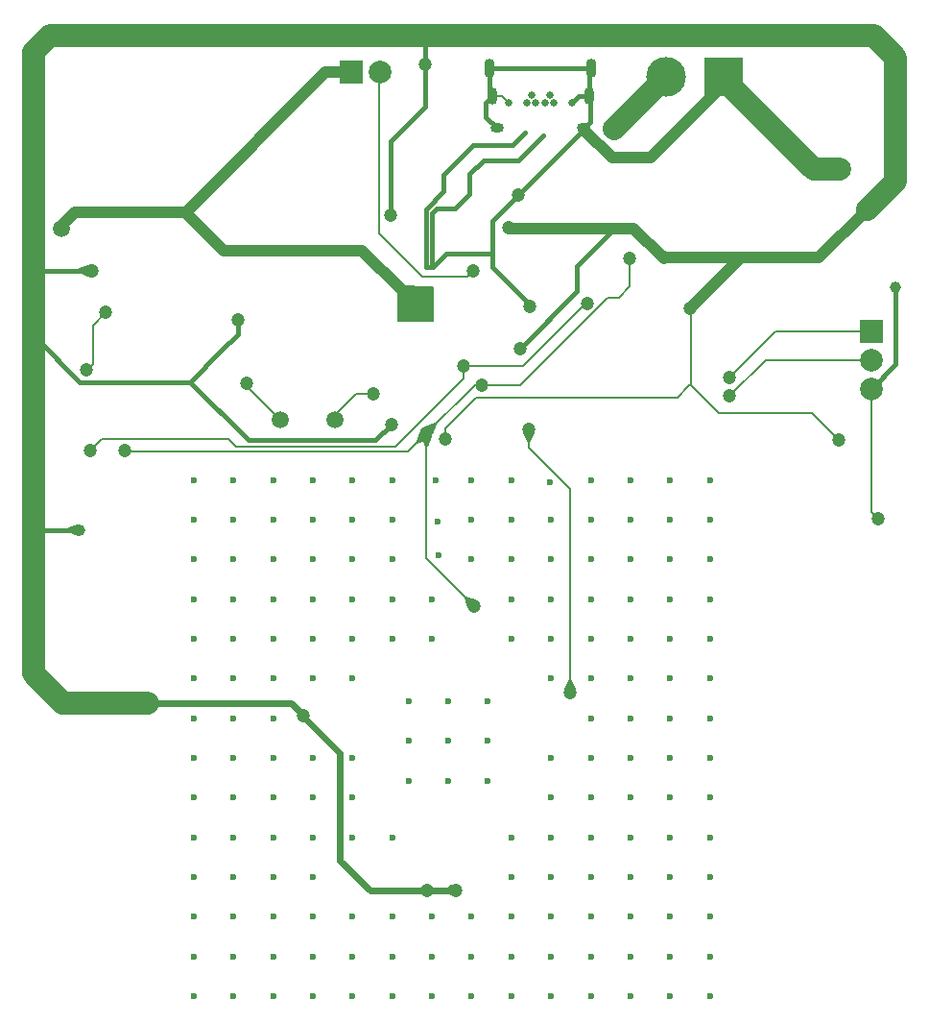
<source format=gbl>
%TF.GenerationSoftware,KiCad,Pcbnew,9.0.1*%
%TF.CreationDate,2025-04-14T14:12:35-03:00*%
%TF.ProjectId,SRAD_computer,53524144-5f63-46f6-9d70-757465722e6b,rev?*%
%TF.SameCoordinates,Original*%
%TF.FileFunction,Copper,L2,Bot*%
%TF.FilePolarity,Positive*%
%FSLAX46Y46*%
G04 Gerber Fmt 4.6, Leading zero omitted, Abs format (unit mm)*
G04 Created by KiCad (PCBNEW 9.0.1) date 2025-04-14 14:12:35*
%MOMM*%
%LPD*%
G01*
G04 APERTURE LIST*
%TA.AperFunction,ComponentPad*%
%ADD10O,0.900000X1.700000*%
%TD*%
%TA.AperFunction,ComponentPad*%
%ADD11O,0.900000X1.500000*%
%TD*%
%TA.AperFunction,ComponentPad*%
%ADD12O,1.150000X0.900000*%
%TD*%
%TA.AperFunction,ComponentPad*%
%ADD13C,0.650000*%
%TD*%
%TA.AperFunction,ComponentPad*%
%ADD14C,0.600000*%
%TD*%
%TA.AperFunction,ComponentPad*%
%ADD15R,2.000000X2.000000*%
%TD*%
%TA.AperFunction,ComponentPad*%
%ADD16C,2.000000*%
%TD*%
%TA.AperFunction,ComponentPad*%
%ADD17C,1.500000*%
%TD*%
%TA.AperFunction,ComponentPad*%
%ADD18R,3.500000X3.500000*%
%TD*%
%TA.AperFunction,ComponentPad*%
%ADD19C,3.500000*%
%TD*%
%TA.AperFunction,ViaPad*%
%ADD20C,0.600000*%
%TD*%
%TA.AperFunction,ViaPad*%
%ADD21C,1.200000*%
%TD*%
%TA.AperFunction,ViaPad*%
%ADD22C,1.500000*%
%TD*%
%TA.AperFunction,ViaPad*%
%ADD23C,2.000000*%
%TD*%
%TA.AperFunction,ViaPad*%
%ADD24C,1.000000*%
%TD*%
%TA.AperFunction,Conductor*%
%ADD25C,0.200000*%
%TD*%
%TA.AperFunction,Conductor*%
%ADD26C,1.000000*%
%TD*%
%TA.AperFunction,Conductor*%
%ADD27C,0.400000*%
%TD*%
%TA.AperFunction,Conductor*%
%ADD28C,2.000000*%
%TD*%
%TA.AperFunction,Conductor*%
%ADD29C,0.600000*%
%TD*%
G04 APERTURE END LIST*
D10*
%TO.P,J7,SH6,SHIELD__5*%
%TO.N,GND*%
X98080000Y-39870000D03*
D11*
%TO.P,J7,SH5,SHIELD__4*%
X98305000Y-42390000D03*
D12*
%TO.P,J7,SH4,SHIELD__3*%
X98735000Y-45190000D03*
%TO.P,J7,SH3,SHIELD__2*%
X106425000Y-45190000D03*
D11*
%TO.P,J7,SH2,SHIELD__1*%
X106855000Y-42390000D03*
D10*
%TO.P,J7,SH1,SHIELD*%
X107080000Y-39870000D03*
D13*
%TO.P,J7,B12,GND__3*%
X105380000Y-42990000D03*
%TO.P,J7,B9,VBUS__3*%
%TO.N,VBUS*%
X103780000Y-42990000D03*
%TO.P,J7,B8,SBU2*%
%TO.N,unconnected-(J7-SBU2-PadB8)*%
X103380000Y-42290000D03*
%TO.P,J7,B7,DN2*%
%TO.N,/USB_D-*%
X102980000Y-42990000D03*
%TO.P,J7,B6,DP2*%
%TO.N,/USB_D+*%
X102180000Y-42990000D03*
%TO.P,J7,B5,CC2*%
%TO.N,unconnected-(J7-CC2-PadB5)*%
X101780000Y-42290000D03*
%TO.P,J7,B4,VBUS__2*%
%TO.N,VBUS*%
X101380000Y-42990000D03*
%TO.P,J7,B1,GND__2*%
%TO.N,GND*%
X99780000Y-42990000D03*
%TD*%
D14*
%TO.P,U3,57,GND*%
%TO.N,GND*%
X92825000Y-61962836D03*
X92825000Y-60687836D03*
X92825000Y-59412836D03*
X91550000Y-61962836D03*
X91550000Y-60687836D03*
X91550000Y-59412836D03*
X90275000Y-61962836D03*
X90275000Y-60687836D03*
X90275000Y-59412836D03*
%TD*%
D15*
%TO.P,J5,1,1*%
%TO.N,/UART_Rx*%
X131810000Y-63105000D03*
D16*
%TO.P,J5,2,2*%
%TO.N,/UART_Tx*%
X131810000Y-65645000D03*
%TO.P,J5,3,3*%
%TO.N,GND*%
X131810000Y-68185000D03*
%TD*%
D15*
%TO.P,J1,1,1*%
%TO.N,GND*%
X85860000Y-40270000D03*
D16*
%TO.P,J1,2,2*%
%TO.N,/servo*%
X88400000Y-40270000D03*
%TD*%
D17*
%TO.P,Y1,1,1*%
%TO.N,Net-(C3-Pad1)*%
X79590000Y-70882984D03*
%TO.P,Y1,2,2*%
%TO.N,/XIN*%
X84470000Y-70882984D03*
%TD*%
D18*
%TO.P,J4,1,1*%
%TO.N,GND*%
X118770000Y-40642836D03*
D19*
%TO.P,J4,2,2*%
%TO.N,VBUS*%
X113690000Y-40642836D03*
%TD*%
D20*
%TO.N,GND*%
X117520000Y-118202984D03*
X110520000Y-121702984D03*
X79020000Y-90202984D03*
X103520000Y-118202984D03*
X117520000Y-83202984D03*
X72020000Y-118202984D03*
X96520000Y-83202984D03*
X100020000Y-111202984D03*
X100020000Y-90202984D03*
X89520000Y-118202984D03*
X72020000Y-76202984D03*
X114020000Y-90202984D03*
X72020000Y-79702984D03*
X114020000Y-79702984D03*
X79020000Y-79702984D03*
X107020000Y-100702984D03*
X100020000Y-86702984D03*
X117520000Y-107702984D03*
X103520000Y-86702984D03*
X72020000Y-90202984D03*
X107020000Y-86702984D03*
X94460000Y-102702984D03*
D21*
X100636492Y-51076492D03*
D20*
X86020000Y-86702984D03*
X93370000Y-76210000D03*
X90960000Y-102702984D03*
X103520000Y-114702984D03*
X114020000Y-93702984D03*
X96520000Y-114702984D03*
X110520000Y-90202984D03*
X75520000Y-114702984D03*
X72020000Y-104202984D03*
X117520000Y-97202984D03*
X72020000Y-107702984D03*
X82520000Y-111202984D03*
X100020000Y-114702984D03*
X114020000Y-86702984D03*
D21*
X64240000Y-61432836D03*
D20*
X82520000Y-100702984D03*
X103520000Y-107702984D03*
X117520000Y-104202984D03*
X72020000Y-86702984D03*
X79020000Y-76202984D03*
X107020000Y-121702984D03*
X107020000Y-76202984D03*
X100020000Y-83202984D03*
X79020000Y-97202984D03*
X117520000Y-114702984D03*
X82520000Y-118202984D03*
X75520000Y-86702984D03*
X107020000Y-93702984D03*
X90960000Y-99202984D03*
X107020000Y-79702984D03*
X82520000Y-79702984D03*
X86020000Y-76202984D03*
X93020000Y-90202984D03*
X86020000Y-114702984D03*
X79020000Y-93702984D03*
X114020000Y-97202984D03*
D21*
X62534328Y-66528508D03*
D20*
X103400000Y-76430000D03*
X100020000Y-107702984D03*
X93510000Y-79910000D03*
X75520000Y-100702984D03*
X96520000Y-76202984D03*
X75520000Y-97202984D03*
X93020000Y-86702984D03*
X79020000Y-104202984D03*
X97960000Y-95702984D03*
X86020000Y-104202984D03*
X72020000Y-114702984D03*
X82520000Y-104202984D03*
X110520000Y-97202984D03*
X103520000Y-83202984D03*
X72020000Y-97202984D03*
X107020000Y-83202984D03*
X89520000Y-114702984D03*
X114020000Y-76202984D03*
X110520000Y-104202984D03*
X75520000Y-121702984D03*
X110520000Y-107702984D03*
X75520000Y-104202984D03*
X117520000Y-86702984D03*
X79020000Y-86702984D03*
X93020000Y-121702984D03*
X103520000Y-90202984D03*
D21*
X101630000Y-60872984D03*
D20*
X79020000Y-100702984D03*
X117520000Y-121702984D03*
X82520000Y-121702984D03*
X107020000Y-97202984D03*
X82520000Y-93702984D03*
X110520000Y-86702984D03*
X93020000Y-118202984D03*
X94460000Y-95702984D03*
X100020000Y-76202984D03*
X75520000Y-83202984D03*
X100020000Y-118202984D03*
X117520000Y-93702984D03*
X93020000Y-114702984D03*
X93560000Y-82810000D03*
X103520000Y-121702984D03*
X89520000Y-86702984D03*
X117520000Y-100702984D03*
X86020000Y-100702984D03*
X100020000Y-79702984D03*
X110520000Y-111202984D03*
X107020000Y-118202984D03*
X114020000Y-83202984D03*
X110520000Y-76202984D03*
X114020000Y-104202984D03*
X72020000Y-121702984D03*
X107020000Y-111202984D03*
X103520000Y-100702984D03*
X75520000Y-93702984D03*
X72020000Y-93702984D03*
X86020000Y-121702984D03*
X86020000Y-90202984D03*
X82520000Y-114702984D03*
D21*
X132358091Y-79591909D03*
D20*
X89520000Y-121702984D03*
X110520000Y-83202984D03*
X82520000Y-76202984D03*
X89520000Y-83202984D03*
X110520000Y-79702984D03*
X96520000Y-79702984D03*
X72020000Y-83202984D03*
X114020000Y-111202984D03*
X114020000Y-118202984D03*
X117520000Y-90202984D03*
X107020000Y-90202984D03*
X110520000Y-114702984D03*
X96520000Y-118202984D03*
X79020000Y-111202984D03*
X94460000Y-99202984D03*
X117520000Y-111202984D03*
X82520000Y-86702984D03*
X110520000Y-118202984D03*
X75520000Y-90202984D03*
X96520000Y-121702984D03*
X107020000Y-107702984D03*
X89520000Y-76202984D03*
X97960000Y-102702984D03*
X90960000Y-95702984D03*
X79020000Y-83202984D03*
X117520000Y-76202984D03*
X72020000Y-111202984D03*
X114020000Y-107702984D03*
X75520000Y-111202984D03*
X86020000Y-79702984D03*
X110520000Y-93702984D03*
X89520000Y-79702984D03*
X117520000Y-79702984D03*
X89520000Y-90202984D03*
X82520000Y-83202984D03*
X79020000Y-107702984D03*
X75520000Y-118202984D03*
D22*
X60320000Y-54072836D03*
D20*
X86020000Y-93702984D03*
X86020000Y-118202984D03*
X103520000Y-111202984D03*
X114020000Y-121702984D03*
X103520000Y-104202984D03*
X114020000Y-100702984D03*
X79020000Y-118202984D03*
X86020000Y-107702984D03*
X114020000Y-114702984D03*
X72020000Y-100702984D03*
X86020000Y-83202984D03*
X75520000Y-107702984D03*
X75520000Y-76202984D03*
X79020000Y-114702984D03*
D23*
X128990000Y-48832836D03*
D20*
X100020000Y-121702984D03*
X89520000Y-107702984D03*
X79020000Y-121702984D03*
X97960000Y-99202984D03*
X82520000Y-90202984D03*
X107020000Y-114702984D03*
X103520000Y-93702984D03*
X75520000Y-79702984D03*
X82520000Y-107702984D03*
X107020000Y-104202984D03*
X103520000Y-79702984D03*
D24*
X133920000Y-59192984D03*
D20*
X110520000Y-100702984D03*
D23*
%TO.N,VBUS*%
X109065000Y-45267836D03*
D21*
%TO.N,/XIN*%
X87810000Y-68592984D03*
%TO.N,Net-(C3-Pad1)*%
X76690000Y-67682984D03*
%TO.N,+3V3*%
X89330000Y-52822984D03*
X81700000Y-96972984D03*
X94230000Y-72572984D03*
X92620000Y-112362984D03*
X128940000Y-72672984D03*
X95082500Y-112352984D03*
X89430000Y-71322984D03*
X115810000Y-61052984D03*
X75887107Y-62130091D03*
D23*
X131410000Y-52382836D03*
D21*
X92375000Y-39587836D03*
D24*
X61915707Y-80623691D03*
D21*
X100780000Y-64622984D03*
X113460000Y-56622984D03*
X99760000Y-53992984D03*
X63030000Y-57763927D03*
%TO.N,/servo*%
X96680000Y-57772984D03*
%TO.N,/SCL*%
X97380000Y-67822984D03*
X65910000Y-73632984D03*
X92530000Y-72072984D03*
X96770000Y-87352984D03*
X110470000Y-56652984D03*
%TO.N,/SDA*%
X106708603Y-60651587D03*
X101580000Y-71710000D03*
X62880000Y-73632984D03*
X105220000Y-94952984D03*
X95790000Y-66142984D03*
%TO.N,/UART_Rx*%
X119246397Y-67189381D03*
%TO.N,/UART_Tx*%
X119246397Y-68822984D03*
%TD*%
D25*
%TO.N,/UART_Rx*%
X119246397Y-67189381D02*
X123330778Y-63105000D01*
X123330778Y-63105000D02*
X131747984Y-63105000D01*
X131747984Y-63105000D02*
X131770000Y-63082984D01*
D26*
%TO.N,GND*%
X74672984Y-56002984D02*
X86865148Y-56002984D01*
X83650000Y-40290000D02*
X71357164Y-52582836D01*
D27*
X100730000Y-46070000D02*
X100720000Y-46070000D01*
D25*
X132358091Y-79591909D02*
X131770000Y-79003818D01*
D27*
X106425000Y-45190000D02*
X106956000Y-44659000D01*
X98735000Y-45190000D02*
X97749391Y-44204391D01*
D25*
X62534328Y-66528508D02*
X63110000Y-65952836D01*
D28*
X126680000Y-48832836D02*
X128990000Y-48832836D01*
D27*
X96330000Y-49222984D02*
X96330000Y-50970000D01*
X98080000Y-39870000D02*
X107080000Y-39870000D01*
X133920000Y-66012984D02*
X133920000Y-59192984D01*
X100636492Y-51076492D02*
X98330000Y-53382984D01*
D26*
X70230000Y-52582836D02*
X71252836Y-52582836D01*
D27*
X92470000Y-52342984D02*
X92470000Y-57442984D01*
D25*
X63110000Y-65952836D02*
X63110000Y-62562836D01*
D26*
X85840000Y-40290000D02*
X85840000Y-40300000D01*
D27*
X101630000Y-60772984D02*
X98330000Y-57472984D01*
X98330000Y-57472984D02*
X98330000Y-56242984D01*
X98080000Y-42165000D02*
X98305000Y-42390000D01*
X94050000Y-50762984D02*
X92470000Y-52342984D01*
X92970000Y-57382984D02*
X93030000Y-57442984D01*
D25*
X63110000Y-62562836D02*
X64240000Y-61432836D01*
D27*
X106956000Y-42491000D02*
X106855000Y-42390000D01*
X100720000Y-46070000D02*
X100117016Y-46672984D01*
X100117016Y-46672984D02*
X96680000Y-46672984D01*
X98080000Y-39870000D02*
X98080000Y-42165000D01*
D25*
X131770000Y-79003818D02*
X131770000Y-68162984D01*
D27*
X106425000Y-45287984D02*
X100636492Y-51076492D01*
D28*
X118770000Y-40642836D02*
X118770000Y-40922836D01*
D27*
X105380000Y-42990000D02*
X105980000Y-42390000D01*
D26*
X112332984Y-47820000D02*
X118770000Y-41382984D01*
D27*
X94050000Y-49302984D02*
X94050000Y-50762984D01*
D26*
X70230000Y-52582836D02*
X61750000Y-52582836D01*
X61700000Y-52632836D02*
X61480000Y-52632836D01*
X61750000Y-52582836D02*
X61700000Y-52632836D01*
D27*
X92470000Y-57442984D02*
X93030000Y-57442984D01*
X93407016Y-52292984D02*
X92970000Y-52730000D01*
X93040000Y-57452984D02*
X93060000Y-57472984D01*
D26*
X71252836Y-52582836D02*
X74672984Y-56002984D01*
D27*
X95007016Y-52292984D02*
X93407016Y-52292984D01*
X96330000Y-50970000D02*
X95007016Y-52292984D01*
X97749391Y-42945609D02*
X98305000Y-42390000D01*
X101630000Y-60872984D02*
X101630000Y-60772984D01*
X93060000Y-57472984D02*
X94290000Y-56242984D01*
D28*
X118770000Y-40922836D02*
X126680000Y-48832836D01*
D26*
X106425000Y-45345000D02*
X108900000Y-47820000D01*
D27*
X92970000Y-52730000D02*
X92970000Y-57382984D01*
D26*
X60320000Y-53792836D02*
X60320000Y-54072836D01*
D27*
X102800000Y-45860000D02*
X102800000Y-45870000D01*
D26*
X85840000Y-40290000D02*
X83650000Y-40290000D01*
D27*
X105980000Y-42390000D02*
X106855000Y-42390000D01*
D26*
X61480000Y-52632836D02*
X60320000Y-53792836D01*
D25*
X99204140Y-42390000D02*
X99558970Y-42744830D01*
D27*
X106425000Y-45190000D02*
X106425000Y-45287984D01*
X102800000Y-45870000D02*
X100667016Y-48002984D01*
X98330000Y-53382984D02*
X98330000Y-56242984D01*
X131770000Y-68162984D02*
X133920000Y-66012984D01*
X96680000Y-46672984D02*
X94050000Y-49302984D01*
X97550000Y-48002984D02*
X96330000Y-49222984D01*
X93030000Y-57442984D02*
X93040000Y-57452984D01*
X101250000Y-45550000D02*
X100730000Y-46070000D01*
D26*
X108900000Y-47820000D02*
X112332984Y-47820000D01*
D27*
X106855000Y-42390000D02*
X106855000Y-40095000D01*
X100667016Y-48002984D02*
X97550000Y-48002984D01*
X94290000Y-56242984D02*
X98330000Y-56242984D01*
D25*
X98305000Y-42390000D02*
X99204140Y-42390000D01*
D26*
X86865148Y-56002984D02*
X90275000Y-59412836D01*
D27*
X97749391Y-44204391D02*
X97749391Y-42945609D01*
X106855000Y-40095000D02*
X107080000Y-39870000D01*
D26*
X118770000Y-41382984D02*
X118770000Y-40642836D01*
X71357164Y-52582836D02*
X70230000Y-52582836D01*
D27*
X106956000Y-44659000D02*
X106956000Y-42491000D01*
D28*
%TO.N,VBUS*%
X113690000Y-40642836D02*
X109065000Y-45267836D01*
D25*
%TO.N,/XIN*%
X86340000Y-68592984D02*
X84170000Y-70762984D01*
X87810000Y-68592984D02*
X86340000Y-68592984D01*
%TO.N,Net-(C3-Pad1)*%
X76690000Y-67912984D02*
X79810000Y-71032984D01*
X76690000Y-67682984D02*
X76690000Y-67912984D01*
X79810000Y-71032984D02*
X80050000Y-71032984D01*
D27*
%TO.N,+3V3*%
X63030000Y-57763927D02*
X58208909Y-57763927D01*
D28*
X133940000Y-38962984D02*
X132000000Y-37022984D01*
D29*
X87560000Y-112362984D02*
X84920397Y-109723381D01*
D25*
X94230000Y-72572984D02*
X94230000Y-71622984D01*
X115650000Y-67952984D02*
X115830000Y-67772984D01*
X114680000Y-68922984D02*
X115650000Y-67952984D01*
D29*
X68630693Y-95852984D02*
X80580000Y-95852984D01*
X95082500Y-112352984D02*
X92630000Y-112352984D01*
D27*
X75887107Y-63345877D02*
X74420000Y-64812984D01*
D25*
X96930000Y-68922984D02*
X114680000Y-68922984D01*
D28*
X59290000Y-37022984D02*
X57860000Y-38452984D01*
D29*
X92620000Y-112362984D02*
X87560000Y-112362984D01*
X84920397Y-109723381D02*
X84920397Y-100273280D01*
D25*
X118300000Y-70272984D02*
X115815000Y-67787984D01*
D26*
X110797016Y-54020000D02*
X107870000Y-54020000D01*
X115810000Y-61052984D02*
X120240000Y-56622984D01*
D27*
X71660148Y-67572836D02*
X61950000Y-67572836D01*
D28*
X57860000Y-93290000D02*
X60422984Y-95852984D01*
D27*
X71660148Y-67572836D02*
X74420000Y-64812984D01*
D25*
X115830000Y-67772984D02*
X115830000Y-61072984D01*
D28*
X60422984Y-95852984D02*
X67930000Y-95852984D01*
D27*
X88040000Y-72712984D02*
X76800296Y-72712984D01*
D25*
X94230000Y-71622984D02*
X96930000Y-68922984D01*
D26*
X113400000Y-56622984D02*
X110797016Y-54020000D01*
D27*
X92630000Y-112352984D02*
X92620000Y-112362984D01*
X89330000Y-52822984D02*
X89330000Y-46370000D01*
X58208909Y-57763927D02*
X57860000Y-58112836D01*
D26*
X127169852Y-56622984D02*
X131410000Y-52382836D01*
D27*
X61915707Y-80623691D02*
X58025707Y-80623691D01*
D26*
X107870000Y-54020000D02*
X99787016Y-54020000D01*
X113460000Y-56622984D02*
X113400000Y-56622984D01*
D28*
X132000000Y-37022984D02*
X59290000Y-37022984D01*
D27*
X89430000Y-71322984D02*
X88040000Y-72712984D01*
X61950000Y-67572836D02*
X58100148Y-63722984D01*
D26*
X120240000Y-56622984D02*
X127169852Y-56622984D01*
D27*
X92375000Y-43325000D02*
X92375000Y-39587836D01*
X105830000Y-57342984D02*
X105830000Y-59572984D01*
X89330000Y-46370000D02*
X92375000Y-43325000D01*
D28*
X131420000Y-52382836D02*
X133940000Y-49862836D01*
D27*
X81700000Y-97052883D02*
X81700000Y-96972984D01*
X105830000Y-59572984D02*
X100780000Y-64622984D01*
D25*
X95082500Y-112352984D02*
X94250000Y-112352984D01*
X115830000Y-61072984D02*
X115810000Y-61052984D01*
D26*
X108707016Y-54020000D02*
X107870000Y-54020000D01*
D28*
X133940000Y-49862836D02*
X133940000Y-38962984D01*
D25*
X126540000Y-70272984D02*
X118300000Y-70272984D01*
D27*
X58100148Y-63722984D02*
X57850000Y-63722984D01*
D25*
X115815000Y-67787984D02*
X115650000Y-67952984D01*
D28*
X57860000Y-38452984D02*
X57860000Y-93290000D01*
D29*
X67910397Y-96573280D02*
X68630693Y-95852984D01*
D27*
X75887107Y-62130091D02*
X75887107Y-63345877D01*
D26*
X113460000Y-56622984D02*
X120240000Y-56622984D01*
D29*
X80580000Y-95852984D02*
X81300296Y-96573280D01*
D27*
X92430000Y-39532836D02*
X92375000Y-39587836D01*
X108930000Y-54242984D02*
X105830000Y-57342984D01*
X76800296Y-72712984D02*
X71660148Y-67572836D01*
D28*
X131410000Y-52382836D02*
X131420000Y-52382836D01*
D27*
X81300296Y-96573280D02*
X81700000Y-96972984D01*
X91890000Y-37331836D02*
X92430000Y-37871836D01*
D25*
X128940000Y-72672984D02*
X126540000Y-70272984D01*
D27*
X92430000Y-37871836D02*
X92430000Y-39532836D01*
D26*
X99787016Y-54020000D02*
X99760000Y-53992984D01*
D29*
X84920397Y-100273280D02*
X81700000Y-97052883D01*
D25*
%TO.N,/servo*%
X91748508Y-57821492D02*
X92200000Y-58272984D01*
X91590000Y-57662984D02*
X91748508Y-57821492D01*
X92200000Y-58272984D02*
X96180000Y-58272984D01*
X91741492Y-57821492D02*
X88380000Y-54460000D01*
X96180000Y-58272984D02*
X96680000Y-57772984D01*
X91748508Y-57821492D02*
X91741492Y-57821492D01*
X88380000Y-54460000D02*
X88380000Y-40290000D01*
%TO.N,/SCL*%
X92530000Y-72072984D02*
X90919579Y-73683405D01*
X97380000Y-67822984D02*
X100810000Y-67822984D01*
X110470000Y-59162984D02*
X110470000Y-56652984D01*
X65910000Y-73632984D02*
X65960421Y-73683405D01*
X96780000Y-67822984D02*
X97380000Y-67822984D01*
X65960421Y-73683405D02*
X90919579Y-73683405D01*
X96760000Y-87352984D02*
X96770000Y-87352984D01*
X92530000Y-72072984D02*
X96780000Y-67822984D01*
X109490000Y-60142984D02*
X110470000Y-59162984D01*
X100810000Y-67822984D02*
X108490000Y-60142984D01*
X108490000Y-60142984D02*
X109490000Y-60142984D01*
X92530000Y-72072984D02*
X92530000Y-83122984D01*
X92530000Y-83122984D02*
X96760000Y-87352984D01*
%TO.N,/SDA*%
X63910000Y-72602984D02*
X75080000Y-72602984D01*
X106561397Y-60651587D02*
X101070000Y-66142984D01*
X62880000Y-73632984D02*
X63910000Y-72602984D01*
X95800000Y-67262984D02*
X95790000Y-67252984D01*
X95790000Y-67252984D02*
X95790000Y-66142984D01*
X89810000Y-73252984D02*
X95800000Y-67262984D01*
X101070000Y-66142984D02*
X95790000Y-66142984D01*
X101580000Y-71710000D02*
X101580000Y-73322984D01*
X75730000Y-73252984D02*
X89810000Y-73252984D01*
X75080000Y-72602984D02*
X75730000Y-73252984D01*
X105220000Y-76962984D02*
X105220000Y-94952984D01*
X106708603Y-60651587D02*
X106561397Y-60651587D01*
X101580000Y-73322984D02*
X105220000Y-76962984D01*
%TO.N,/UART_Tx*%
X122430000Y-65622984D02*
X119230000Y-68822984D01*
X131770000Y-65622984D02*
X122430000Y-65622984D01*
%TD*%
%TA.AperFunction,Conductor*%
%TO.N,GND*%
G36*
X93016390Y-59092448D02*
G01*
X93083366Y-59112342D01*
X93128955Y-59165289D01*
X93140000Y-59216447D01*
X93140000Y-62159224D01*
X93120315Y-62226263D01*
X93067511Y-62272018D01*
X93016389Y-62283223D01*
X90074389Y-62292446D01*
X90007288Y-62272972D01*
X89961368Y-62220312D01*
X89950000Y-62168447D01*
X89950000Y-59207224D01*
X89969685Y-59140185D01*
X90022489Y-59094430D01*
X90074384Y-59083225D01*
X93016390Y-59092448D01*
G37*
%TD.AperFunction*%
%TD*%
%TA.AperFunction,Conductor*%
%TO.N,+3V3*%
G36*
X62909107Y-57180492D02*
G01*
X62915148Y-57187102D01*
X62915620Y-57188789D01*
X63030538Y-57761626D01*
X63030538Y-57766228D01*
X62915620Y-58339064D01*
X62910633Y-58346502D01*
X62901848Y-58348234D01*
X62900161Y-58347762D01*
X61849241Y-57966723D01*
X61842631Y-57960682D01*
X61841529Y-57955724D01*
X61841529Y-57572129D01*
X61844956Y-57563856D01*
X61849238Y-57561131D01*
X62900162Y-57180091D01*
X62909107Y-57180492D01*
G37*
%TD.AperFunction*%
%TD*%
%TA.AperFunction,Conductor*%
%TO.N,+3V3*%
G36*
X61814589Y-80138063D02*
G01*
X61820406Y-80144870D01*
X61820751Y-80146184D01*
X61916243Y-80621386D01*
X61916243Y-80625996D01*
X61820751Y-81101197D01*
X61815761Y-81108633D01*
X61806975Y-81110363D01*
X61805661Y-81110018D01*
X60933395Y-80826319D01*
X60926588Y-80820502D01*
X60925314Y-80815193D01*
X60925314Y-80432188D01*
X60928741Y-80423915D01*
X60933392Y-80421063D01*
X61805663Y-80137363D01*
X61814589Y-80138063D01*
G37*
%TD.AperFunction*%
%TD*%
%TA.AperFunction,Conductor*%
%TO.N,+3V3*%
G36*
X94755662Y-111863881D02*
G01*
X94756241Y-111864671D01*
X95079134Y-112346470D01*
X95080893Y-112355251D01*
X95079134Y-112359498D01*
X94756241Y-112841296D01*
X94748789Y-112846260D01*
X94740008Y-112844501D01*
X94739218Y-112843922D01*
X94254396Y-112456496D01*
X94250072Y-112448654D01*
X94250000Y-112447356D01*
X94250000Y-112258611D01*
X94253427Y-112250338D01*
X94254396Y-112249471D01*
X94735932Y-111864671D01*
X94739218Y-111862044D01*
X94747820Y-111859557D01*
X94755662Y-111863881D01*
G37*
%TD.AperFunction*%
%TD*%
%TA.AperFunction,Conductor*%
%TO.N,/SCL*%
G36*
X92523014Y-72070758D02*
G01*
X92530466Y-72075722D01*
X92532225Y-72079969D01*
X92645111Y-72651620D01*
X92643352Y-72660401D01*
X92637633Y-72664882D01*
X91767338Y-72981522D01*
X91758392Y-72981130D01*
X91755065Y-72978800D01*
X91624183Y-72847918D01*
X91620756Y-72839645D01*
X91621459Y-72835651D01*
X91938102Y-71965348D01*
X91944150Y-71958747D01*
X91951363Y-71957872D01*
X92523014Y-72070758D01*
G37*
%TD.AperFunction*%
%TD*%
%TA.AperFunction,Conductor*%
%TO.N,/SCL*%
G36*
X93301607Y-71164837D02*
G01*
X93304934Y-71167167D01*
X93435816Y-71298049D01*
X93439243Y-71306322D01*
X93438538Y-71310322D01*
X93121898Y-72180617D01*
X93115849Y-72187220D01*
X93108636Y-72188095D01*
X92536985Y-72075209D01*
X92529533Y-72070245D01*
X92527774Y-72065998D01*
X92414888Y-71494347D01*
X92416647Y-71485566D01*
X92422364Y-71481086D01*
X93292664Y-71164445D01*
X93301607Y-71164837D01*
G37*
%TD.AperFunction*%
%TD*%
%TA.AperFunction,Conductor*%
%TO.N,/SCL*%
G36*
X92536511Y-72076348D02*
G01*
X93020555Y-72400745D01*
X93025519Y-72408197D01*
X93024644Y-72415410D01*
X92633150Y-73254701D01*
X92626547Y-73260750D01*
X92622547Y-73261455D01*
X92437453Y-73261455D01*
X92429180Y-73258028D01*
X92426850Y-73254701D01*
X92035355Y-72415410D01*
X92034963Y-72406464D01*
X92039442Y-72400747D01*
X92523487Y-72076348D01*
X92532267Y-72074590D01*
X92536511Y-72076348D01*
G37*
%TD.AperFunction*%
%TD*%
%TA.AperFunction,Conductor*%
%TO.N,/SCL*%
G36*
X96002298Y-86449378D02*
G01*
X96877546Y-86761126D01*
X96884189Y-86767130D01*
X96885098Y-86774415D01*
X96772225Y-87345998D01*
X96767261Y-87353450D01*
X96763014Y-87355209D01*
X96191295Y-87468109D01*
X96182514Y-87466350D01*
X96178062Y-87460707D01*
X95856529Y-86595356D01*
X95856859Y-86586408D01*
X95859220Y-86583012D01*
X95990105Y-86452127D01*
X95998377Y-86448701D01*
X96002298Y-86449378D01*
G37*
%TD.AperFunction*%
%TD*%
%TA.AperFunction,Conductor*%
%TO.N,/SDA*%
G36*
X101586511Y-71713364D02*
G01*
X102070555Y-72037761D01*
X102075519Y-72045213D01*
X102074644Y-72052426D01*
X101683150Y-72891717D01*
X101676547Y-72897766D01*
X101672547Y-72898471D01*
X101487453Y-72898471D01*
X101479180Y-72895044D01*
X101476850Y-72891717D01*
X101085355Y-72052426D01*
X101084963Y-72043480D01*
X101089442Y-72037763D01*
X101573487Y-71713364D01*
X101582267Y-71711606D01*
X101586511Y-71713364D01*
G37*
%TD.AperFunction*%
%TD*%
%TA.AperFunction,Conductor*%
%TO.N,/SDA*%
G36*
X105320820Y-93767940D02*
G01*
X105323150Y-93771267D01*
X105714644Y-94610557D01*
X105715036Y-94619503D01*
X105710555Y-94625222D01*
X105226514Y-94949618D01*
X105217733Y-94951377D01*
X105213486Y-94949618D01*
X104729444Y-94625222D01*
X104724480Y-94617770D01*
X104725354Y-94610559D01*
X105116850Y-93771267D01*
X105123453Y-93765218D01*
X105127453Y-93764513D01*
X105312547Y-93764513D01*
X105320820Y-93767940D01*
G37*
%TD.AperFunction*%
%TD*%
M02*

</source>
